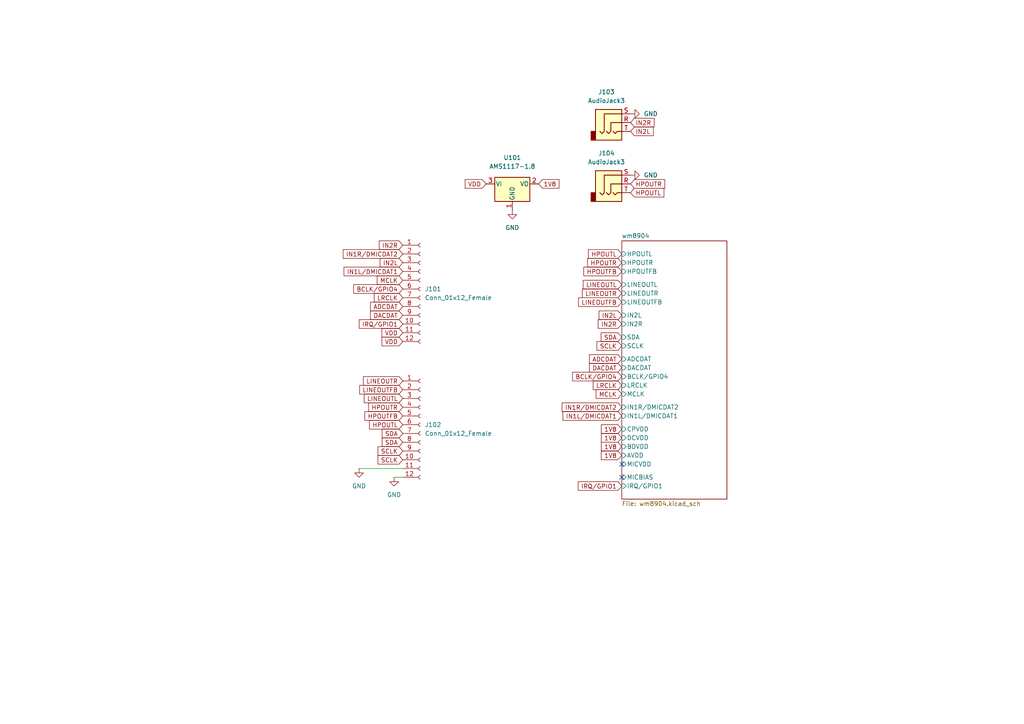
<source format=kicad_sch>
(kicad_sch (version 20211123) (generator eeschema)
  (paper "A4")
  (lib_symbols
    (symbol "Connector:AudioJack3"
      (property "Reference" "J" (at 0 8.89 0))
      (property "Value" "AudioJack3" (at 0 6.35 0))
      (symbol "AudioJack3_0_1"
        (rectangle (start -5.08 -5.08) (end -6.35 -2.54) (stroke (width 0.254)) (fill (type outline)))
        (polyline (pts (xy 0 -2.54) (xy 0.635 -3.175) (xy 1.27 -2.54) (xy 2.54 -2.54)) (stroke (width 0.254)))
        (polyline (pts (xy -1.905 -2.54) (xy -1.27 -3.175) (xy -0.635 -2.54) (xy -0.635 0) (xy 2.54 0)) (stroke (width 0.254)))
        (polyline (pts (xy 2.54 2.54) (xy -2.54 2.54) (xy -2.54 -2.54) (xy -3.175 -3.175) (xy -3.81 -2.54)) (stroke (width 0.254)))
        (rectangle (start 2.54 3.81) (end -5.08 -5.08) (stroke (width 0.254)) (fill (type background)))
      )
      (symbol "AudioJack3_1_1"
        (pin passive line (at 5.08 0 180) (length 2.54) (name "~") (number "R"))
        (pin passive line (at 5.08 2.54 180) (length 2.54) (name "~") (number "S"))
        (pin passive line (at 5.08 -2.54 180) (length 2.54) (name "~") (number "T"))
      )
    )
    (symbol "Connector:Conn_01x12_Female" (pin_names (offset 1.016) hide)
      (property "Reference" "J" (at 0 15.24 0))
      (property "Value" "Conn_01x12_Female" (at 0 -17.78 0))
      (symbol "Conn_01x12_Female_1_1"
        (arc (start 0 -14.732) (mid -0.508 -15.24) (end 0 -15.748) (stroke (width 0.1524)))
        (arc (start 0 -12.192) (mid -0.508 -12.7) (end 0 -13.208) (stroke (width 0.1524)))
        (arc (start 0 -9.652) (mid -0.508 -10.16) (end 0 -10.668) (stroke (width 0.1524)))
        (arc (start 0 -7.112) (mid -0.508 -7.62) (end 0 -8.128) (stroke (width 0.1524)))
        (arc (start 0 -4.572) (mid -0.508 -5.08) (end 0 -5.588) (stroke (width 0.1524)))
        (arc (start 0 -2.032) (mid -0.508 -2.54) (end 0 -3.048) (stroke (width 0.1524)))
        (polyline (pts (xy -1.27 -15.24) (xy -0.508 -15.24)) (stroke (width 0.1524)))
        (polyline (pts (xy -1.27 -12.7) (xy -0.508 -12.7)) (stroke (width 0.1524)))
        (polyline (pts (xy -1.27 -10.16) (xy -0.508 -10.16)) (stroke (width 0.1524)))
        (polyline (pts (xy -1.27 -7.62) (xy -0.508 -7.62)) (stroke (width 0.1524)))
        (polyline (pts (xy -1.27 -5.08) (xy -0.508 -5.08)) (stroke (width 0.1524)))
        (polyline (pts (xy -1.27 -2.54) (xy -0.508 -2.54)) (stroke (width 0.1524)))
        (polyline (pts (xy -1.27 0) (xy -0.508 0)) (stroke (width 0.1524)))
        (polyline (pts (xy -1.27 2.54) (xy -0.508 2.54)) (stroke (width 0.1524)))
        (polyline (pts (xy -1.27 5.08) (xy -0.508 5.08)) (stroke (width 0.1524)))
        (polyline (pts (xy -1.27 7.62) (xy -0.508 7.62)) (stroke (width 0.1524)))
        (polyline (pts (xy -1.27 10.16) (xy -0.508 10.16)) (stroke (width 0.1524)))
        (polyline (pts (xy -1.27 12.7) (xy -0.508 12.7)) (stroke (width 0.1524)))
        (arc (start 0 0.508) (mid -0.508 0) (end 0 -0.508) (stroke (width 0.1524)))
        (arc (start 0 3.048) (mid -0.508 2.54) (end 0 2.032) (stroke (width 0.1524)))
        (arc (start 0 5.588) (mid -0.508 5.08) (end 0 4.572) (stroke (width 0.1524)))
        (arc (start 0 8.128) (mid -0.508 7.62) (end 0 7.112) (stroke (width 0.1524)))
        (arc (start 0 10.668) (mid -0.508 10.16) (end 0 9.652) (stroke (width 0.1524)))
        (arc (start 0 13.208) (mid -0.508 12.7) (end 0 12.192) (stroke (width 0.1524)))
        (pin passive line (at -5.08 12.7 0) (length 3.81) (name "Pin_1") (number "1"))
        (pin passive line (at -5.08 -10.16 0) (length 3.81) (name "Pin_10") (number "10"))
        (pin passive line (at -5.08 -12.7 0) (length 3.81) (name "Pin_11") (number "11"))
        (pin passive line (at -5.08 -15.24 0) (length 3.81) (name "Pin_12") (number "12"))
        (pin passive line (at -5.08 10.16 0) (length 3.81) (name "Pin_2") (number "2"))
        (pin passive line (at -5.08 7.62 0) (length 3.81) (name "Pin_3") (number "3"))
        (pin passive line (at -5.08 5.08 0) (length 3.81) (name "Pin_4") (number "4"))
        (pin passive line (at -5.08 2.54 0) (length 3.81) (name "Pin_5") (number "5"))
        (pin passive line (at -5.08 0 0) (length 3.81) (name "Pin_6") (number "6"))
        (pin passive line (at -5.08 -2.54 0) (length 3.81) (name "Pin_7") (number "7"))
        (pin passive line (at -5.08 -5.08 0) (length 3.81) (name "Pin_8") (number "8"))
        (pin passive line (at -5.08 -7.62 0) (length 3.81) (name "Pin_9") (number "9"))
      )
    )
    (symbol "Regulator_Linear:AMS1117-1.8" (pin_names (offset 0.254))
      (property "Reference" "U" (at -3.81 3.175 0))
      (property "Value" "AMS1117-1.8" (at 0 3.175 0))
      (symbol "AMS1117-1.8_0_1"
        (rectangle (start -5.08 -5.08) (end 5.08 1.905) (stroke (width 0.254)) (fill (type background)))
      )
      (symbol "AMS1117-1.8_1_1"
        (pin power_in line (at 0 -7.62 90) (length 2.54) (name "GND") (number "1"))
        (pin power_out line (at 7.62 0 180) (length 2.54) (name "VO") (number "2"))
        (pin power_in line (at -7.62 0 0) (length 2.54) (name "VI") (number "3"))
      )
    )
    (symbol "power:GND" (power) (pin_names (offset 0))
      (property "Value" "GND" (at 0 -3.81 0))
      (symbol "GND_0_1"
        (polyline (pts (xy 0 0) (xy 0 -1.27) (xy 1.27 -1.27) (xy 0 -2.54) (xy -1.27 -1.27) (xy 0 -1.27)))
      )
      (symbol "GND_1_1"
        (pin power_in line (at 0 0 270) (length 0) hide (name "GND") (number "1"))
      )
    )
  )
  (no_connect (at 180.34 134.62))
  (no_connect (at 180.34 138.43))
  (wire (pts (xy 104.14 135.89) (xy 116.84 135.89)))
  (wire (pts (xy 114.3 138.43) (xy 116.84 138.43)))
  (global_label "HPOUTL" (shape input) (at 116.84 123.19 180) (property "Intersheet References" "${INTERSHEET_REFS}" (effects hide)))
  (global_label "IRQ{slash}GPIO1" (shape input) (at 180.34 140.97 180) (property "Intersheet References" "${INTERSHEET_REFS}" (effects hide)))
  (global_label "SCLK" (shape input) (at 180.34 100.33 180) (property "Intersheet References" "${INTERSHEET_REFS}" (effects hide)))
  (global_label "LINEOUTL" (shape input) (at 116.84 115.57 180) (property "Intersheet References" "${INTERSHEET_REFS}" (effects hide)))
  (global_label "MCLK" (shape input) (at 116.84 81.28 180) (property "Intersheet References" "${INTERSHEET_REFS}" (effects hide)))
  (global_label "1V8" (shape input) (at 180.34 127 180) (property "Intersheet References" "${INTERSHEET_REFS}" (effects hide)))
  (global_label "LRCLK" (shape input) (at 180.34 111.76 180) (property "Intersheet References" "${INTERSHEET_REFS}" (effects hide)))
  (global_label "IN1R{slash}DMICDAT2" (shape input) (at 116.84 73.66 180) (property "Intersheet References" "${INTERSHEET_REFS}" (effects hide)))
  (global_label "IN2L" (shape input) (at 180.34 91.44 180) (property "Intersheet References" "${INTERSHEET_REFS}" (effects hide)))
  (global_label "LINEOUTL" (shape input) (at 180.34 82.55 180) (property "Intersheet References" "${INTERSHEET_REFS}" (effects hide)))
  (global_label "IN2R" (shape input) (at 116.84 71.12 180) (property "Intersheet References" "${INTERSHEET_REFS}" (effects hide)))
  (global_label "LINEOUTR" (shape input) (at 116.84 110.49 180) (property "Intersheet References" "${INTERSHEET_REFS}" (effects hide)))
  (global_label "1V8" (shape input) (at 180.34 132.08 180) (property "Intersheet References" "${INTERSHEET_REFS}" (effects hide)))
  (global_label "LINEOUTFB" (shape input) (at 116.84 113.03 180) (property "Intersheet References" "${INTERSHEET_REFS}" (effects hide)))
  (global_label "1V8" (shape input) (at 156.21 53.34 0) (property "Intersheet References" "${INTERSHEET_REFS}" (effects hide)))
  (global_label "LINEOUTR" (shape input) (at 180.34 85.09 180) (property "Intersheet References" "${INTERSHEET_REFS}" (effects hide)))
  (global_label "SDA" (shape input) (at 180.34 97.79 180) (property "Intersheet References" "${INTERSHEET_REFS}" (effects hide)))
  (global_label "SCLK" (shape input) (at 116.84 130.81 180) (property "Intersheet References" "${INTERSHEET_REFS}" (effects hide)))
  (global_label "ADCDAT" (shape input) (at 180.34 104.14 180) (property "Intersheet References" "${INTERSHEET_REFS}" (effects hide)))
  (global_label "IN1L{slash}DMICDAT1" (shape input) (at 116.84 78.74 180) (property "Intersheet References" "${INTERSHEET_REFS}" (effects hide)))
  (global_label "HPOUTFB" (shape input) (at 180.34 78.74 180) (property "Intersheet References" "${INTERSHEET_REFS}" (effects hide)))
  (global_label "SCLK" (shape input) (at 116.84 133.35 180) (property "Intersheet References" "${INTERSHEET_REFS}" (effects hide)))
  (global_label "HPOUTR" (shape input) (at 182.88 53.34 0) (property "Intersheet References" "${INTERSHEET_REFS}" (effects hide)))
  (global_label "1V8" (shape input) (at 180.34 124.46 180) (property "Intersheet References" "${INTERSHEET_REFS}" (effects hide)))
  (global_label "VDD" (shape input) (at 116.84 96.52 180) (property "Intersheet References" "${INTERSHEET_REFS}" (effects hide)))
  (global_label "VDD" (shape input) (at 140.97 53.34 180) (property "Intersheet References" "${INTERSHEET_REFS}" (effects hide)))
  (global_label "IN2R" (shape input) (at 182.88 35.56 0) (property "Intersheet References" "${INTERSHEET_REFS}" (effects hide)))
  (global_label "ADCDAT" (shape input) (at 116.84 88.9 180) (property "Intersheet References" "${INTERSHEET_REFS}" (effects hide)))
  (global_label "IRQ{slash}GPIO1" (shape input) (at 116.84 93.98 180) (property "Intersheet References" "${INTERSHEET_REFS}" (effects hide)))
  (global_label "IN2L" (shape input) (at 116.84 76.2 180) (property "Intersheet References" "${INTERSHEET_REFS}" (effects hide)))
  (global_label "VDD" (shape input) (at 116.84 99.06 180) (property "Intersheet References" "${INTERSHEET_REFS}" (effects hide)))
  (global_label "SDA" (shape input) (at 116.84 125.73 180) (property "Intersheet References" "${INTERSHEET_REFS}" (effects hide)))
  (global_label "HPOUTL" (shape input) (at 182.88 55.88 0) (property "Intersheet References" "${INTERSHEET_REFS}" (effects hide)))
  (global_label "IN2L" (shape input) (at 182.88 38.1 0) (property "Intersheet References" "${INTERSHEET_REFS}" (effects hide)))
  (global_label "DACDAT" (shape input) (at 180.34 106.68 180) (property "Intersheet References" "${INTERSHEET_REFS}" (effects hide)))
  (global_label "IN1L{slash}DMICDAT1" (shape input) (at 180.34 120.65 180) (property "Intersheet References" "${INTERSHEET_REFS}" (effects hide)))
  (global_label "SDA" (shape input) (at 116.84 128.27 180) (property "Intersheet References" "${INTERSHEET_REFS}" (effects hide)))
  (global_label "LINEOUTFB" (shape input) (at 180.34 87.63 180) (property "Intersheet References" "${INTERSHEET_REFS}" (effects hide)))
  (global_label "HPOUTFB" (shape input) (at 116.84 120.65 180) (property "Intersheet References" "${INTERSHEET_REFS}" (effects hide)))
  (global_label "HPOUTL" (shape input) (at 180.34 73.66 180) (property "Intersheet References" "${INTERSHEET_REFS}" (effects hide)))
  (global_label "HPOUTR" (shape input) (at 116.84 118.11 180) (property "Intersheet References" "${INTERSHEET_REFS}" (effects hide)))
  (global_label "MCLK" (shape input) (at 180.34 114.3 180) (property "Intersheet References" "${INTERSHEET_REFS}" (effects hide)))
  (global_label "IN2R" (shape input) (at 180.34 93.98 180) (property "Intersheet References" "${INTERSHEET_REFS}" (effects hide)))
  (global_label "IN1R{slash}DMICDAT2" (shape input) (at 180.34 118.11 180) (property "Intersheet References" "${INTERSHEET_REFS}" (effects hide)))
  (global_label "HPOUTR" (shape input) (at 180.34 76.2 180) (property "Intersheet References" "${INTERSHEET_REFS}" (effects hide)))
  (global_label "DACDAT" (shape input) (at 116.84 91.44 180) (property "Intersheet References" "${INTERSHEET_REFS}" (effects hide)))
  (global_label "LRCLK" (shape input) (at 116.84 86.36 180) (property "Intersheet References" "${INTERSHEET_REFS}" (effects hide)))
  (global_label "1V8" (shape input) (at 180.34 129.54 180) (property "Intersheet References" "${INTERSHEET_REFS}" (effects hide)))
  (global_label "BCLK{slash}GPIO4" (shape input) (at 180.34 109.22 180) (property "Intersheet References" "${INTERSHEET_REFS}" (effects hide)))
  (global_label "BCLK{slash}GPIO4" (shape input) (at 116.84 83.82 180) (property "Intersheet References" "${INTERSHEET_REFS}" (effects hide)))
  (symbol (lib_id "Connector:AudioJack3") (at 177.8 53.34 0) (unit 1)
    (property "Reference" "J104" (at 175.895 44.45 0))
    (property "Value" "AudioJack3" (at 175.895 46.99 0))
    (property "Footprint" "wm8904_breakout:PJ-320B-3A" (effects hide))
    (property "MSCS Part" "C707224" (effects hide))
  )
  (symbol (lib_id "Connector:Conn_01x12_Female") (at 121.92 123.19 0) (unit 1)
    (property "Reference" "J102" (at 123.19 123.1899 0) (effects (justify left)))
    (property "Value" "Conn_01x12_Female" (at 123.19 125.7299 0) (effects (justify left)))
    (property "Footprint" "Connector_PinSocket_2.54mm:PinSocket_1x12_P2.54mm_Vertical" (effects hide))
    (property "JLCPCB BOM" "False" (effects hide))
  )
  (symbol (lib_id "power:GND") (at 148.59 60.96 0) (unit 1)
    (property "Reference" "#PWR0120" (effects hide))
    (property "Value" "GND" (at 148.59 66.04 0))
  )
  (symbol (lib_id "power:GND") (at 104.14 135.89 0) (unit 1)
    (property "Reference" "#PWR0118" (effects hide))
    (property "Value" "GND" (at 104.14 140.97 0))
  )
  (symbol (lib_id "power:GND") (at 182.88 50.8 90) (unit 1)
    (property "Reference" "#PWR0121" (effects hide))
    (property "Value" "GND" (at 186.69 50.7999 90) (effects (justify right)))
  )
  (symbol (lib_id "Connector:AudioJack3") (at 177.8 35.56 0) (unit 1)
    (property "Reference" "J103" (at 175.895 26.67 0))
    (property "Value" "AudioJack3" (at 175.895 29.21 0))
    (property "Footprint" "wm8904_breakout:PJ-320B-3A" (effects hide))
    (property "MSCS Part" "C707224" (effects hide))
  )
  (symbol (lib_id "Connector:Conn_01x12_Female") (at 121.92 83.82 0) (unit 1)
    (property "Reference" "J101" (at 123.19 83.8199 0) (effects (justify left)))
    (property "Value" "Conn_01x12_Female" (at 123.19 86.3599 0) (effects (justify left)))
    (property "Footprint" "Connector_PinSocket_2.54mm:PinSocket_1x12_P2.54mm_Vertical" (effects hide))
    (property "JLCPCB BOM" "False" (effects hide))
  )
  (symbol (lib_id "power:GND") (at 182.88 33.02 90) (unit 1)
    (property "Reference" "#PWR0122" (effects hide))
    (property "Value" "GND" (at 186.69 33.0199 90) (effects (justify right)))
  )
  (symbol (lib_id "power:GND") (at 114.3 138.43 0) (unit 1)
    (property "Reference" "#PWR0119" (effects hide))
    (property "Value" "GND" (at 114.3 143.51 0))
  )
  (symbol (lib_id "Regulator_Linear:AMS1117-1.8") (at 148.59 53.34 0) (unit 1)
    (property "Reference" "U101" (at 148.59 45.72 0))
    (property "Value" "AMS1117-1.8" (at 148.59 48.26 0))
    (property "Footprint" "Package_TO_SOT_SMD:SOT-223-3_TabPin2" (effects hide))
    (property "Datasheet" "http://www.advanced-monolithic.com/pdf/ds1117.pdf" (effects hide))
    (property "LCSC Part" "C6185" (effects hide))
  )
  (sheet (at 180.34 69.85) (size 30.48 74.93) (stroke (width 0.1524))
    (property "Sheet name" "wm8904" (at 180.34 69.1384 0) (effects (justify left bottom)))
    (property "Sheet file" "wm8904.kicad_sch" (at 180.34 145.3646 0) (effects (justify left top)))
    (pin "HPOUTR" input (at 180.34 76.2 180))
    (pin "HPOUTL" input (at 180.34 73.66 180))
    (pin "HPOUTFB" input (at 180.34 78.74 180))
    (pin "LINEOUTL" input (at 180.34 82.55 180))
    (pin "ADCDAT" input (at 180.34 104.14 180))
    (pin "DACDAT" input (at 180.34 106.68 180))
    (pin "BCLK{slash}GPIO4" input (at 180.34 109.22 180))
    (pin "LRCLK" input (at 180.34 111.76 180))
    (pin "IN2L" input (at 180.34 91.44 180))
    (pin "MICBIAS" input (at 180.34 138.43 180))
    (pin "IN2R" input (at 180.34 93.98 180))
    (pin "MCLK" input (at 180.34 114.3 180))
    (pin "LINEOUTR" input (at 180.34 85.09 180))
    (pin "LINEOUTFB" input (at 180.34 87.63 180))
    (pin "IRQ{slash}GPIO1" input (at 180.34 140.97 180))
    (pin "SDA" input (at 180.34 97.79 180))
    (pin "SCLK" input (at 180.34 100.33 180))
    (pin "MICVDD" input (at 180.34 134.62 180))
    (pin "AVDD" input (at 180.34 132.08 180))
    (pin "IN1R{slash}DMICDAT2" input (at 180.34 118.11 180))
    (pin "IN1L{slash}DMICDAT1" input (at 180.34 120.65 180))
    (pin "BDVDD" input (at 180.34 129.54 180))
    (pin "DCVDD" input (at 180.34 127 180))
    (pin "CPVDD" input (at 180.34 124.46 180))
  )
)
</source>
